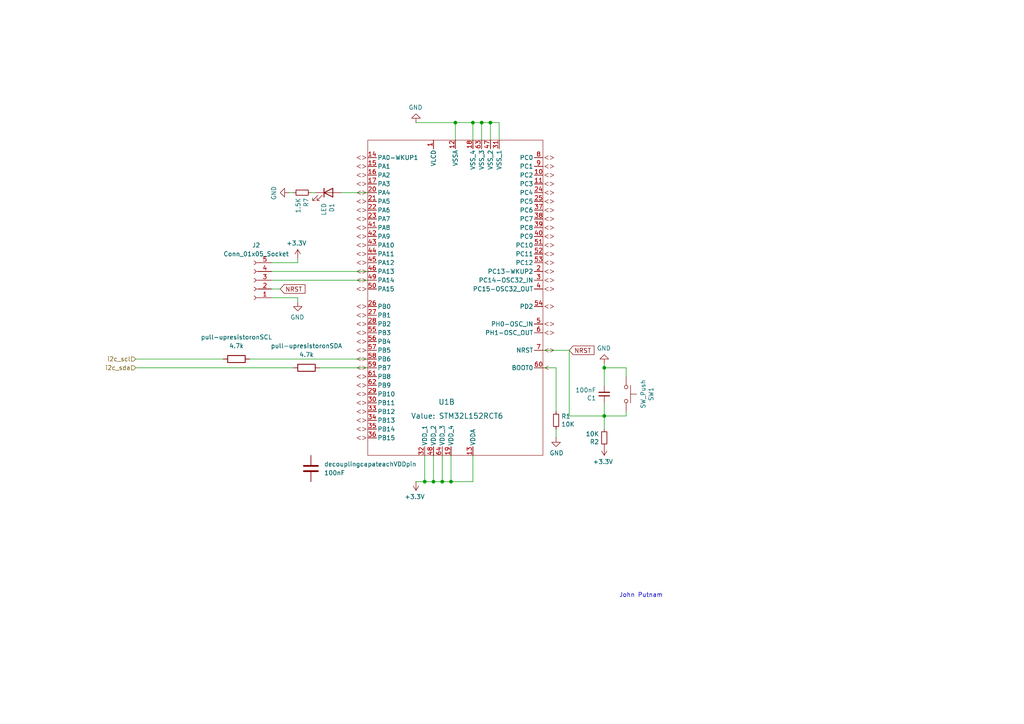
<source format=kicad_sch>
(kicad_sch (version 20250114) (generator "eeschema") (generator_version "9.0")
  (paper "A4")
  (title_block (title "controller"))
  (lib_symbols
    (symbol "Connector:Conn_01x05_Socket" (pin_names (offset 1.016) (hide yes))
      (property "Reference" "J" (at 0 7.62 0))
      (property "Value" "Conn_01x05_Socket" (at 0 -7.62 0))
      (symbol "Conn_01x05_Socket_1_1"
        (polyline (pts (xy -1.27 5.08) (xy -0.508 5.08)) (stroke (width 0.1524)))
        (polyline (pts (xy -1.27 2.54) (xy -0.508 2.54)) (stroke (width 0.1524)))
        (polyline (pts (xy -1.27 0) (xy -0.508 0)) (stroke (width 0.1524)))
        (polyline (pts (xy -1.27 -2.54) (xy -0.508 -2.54)) (stroke (width 0.1524)))
        (polyline (pts (xy -1.27 -5.08) (xy -0.508 -5.08)) (stroke (width 0.1524)))
        (arc (start 0 4.572) (mid -0.5058 5.08) (end 0 5.588) (stroke (width 0.1524)))
        (arc (start 0 2.032) (mid -0.5058 2.54) (end 0 3.048) (stroke (width 0.1524)))
        (arc (start 0 -0.508) (mid -0.5058 0) (end 0 0.508) (stroke (width 0.1524)))
        (arc (start 0 -3.048) (mid -0.5058 -2.54) (end 0 -2.032) (stroke (width 0.1524)))
        (arc (start 0 -5.588) (mid -0.5058 -5.08) (end 0 -4.572) (stroke (width 0.1524)))
        (pin passive line (at -5.08 5.08 0) (length 3.81) (name "Pin_1") (number "1"))
        (pin passive line (at -5.08 2.54 0) (length 3.81) (name "Pin_2") (number "2"))
        (pin passive line (at -5.08 0 0) (length 3.81) (name "Pin_3") (number "3"))
        (pin passive line (at -5.08 -2.54 0) (length 3.81) (name "Pin_4") (number "4"))
        (pin passive line (at -5.08 -5.08 0) (length 3.81) (name "Pin_5") (number "5"))
      )
    )
    (symbol "Device:C" (pin_numbers (hide yes)) (pin_names (offset 0.254))
      (property "Reference" "C" (at 0.635 2.54 0))
      (property "Value" "C" (at 0.635 -2.54 0))
      (symbol "C_0_1"
        (polyline (pts (xy -2.032 0.762) (xy 2.032 0.762)) (stroke (width 0.508)))
        (polyline (pts (xy -2.032 -0.762) (xy 2.032 -0.762)) (stroke (width 0.508)))
      )
      (symbol "C_1_1"
        (pin passive line (at 0 3.81 270) (length 2.794) (name "~") (number "1"))
        (pin passive line (at 0 -3.81 90) (length 2.794) (name "~") (number "2"))
      )
    )
    (symbol "Device:C_Small" (pin_numbers (hide yes)) (pin_names (offset 0.254) (hide yes))
      (property "Reference" "C" (at 0.254 1.778 0))
      (property "Value" "C_Small" (at 0.254 -2.032 0))
      (symbol "C_Small_0_1"
        (polyline (pts (xy -1.524 0.508) (xy 1.524 0.508)) (stroke (width 0.3048)))
        (polyline (pts (xy -1.524 -0.508) (xy 1.524 -0.508)) (stroke (width 0.3302)))
      )
      (symbol "C_Small_1_1"
        (pin passive line (at 0 2.54 270) (length 2.032) (name "~") (number "1"))
        (pin passive line (at 0 -2.54 90) (length 2.032) (name "~") (number "2"))
      )
    )
    (symbol "Device:LED" (pin_numbers (hide yes)) (pin_names (offset 1.016) (hide yes))
      (property "Reference" "D" (at 0 2.54 0))
      (property "Value" "LED" (at 0 -2.54 0))
      (symbol "LED_0_1"
        (polyline (pts (xy -3.048 -0.762) (xy -4.572 -2.286) (xy -3.81 -2.286) (xy -4.572 -2.286) (xy -4.572 -1.524)))
        (polyline (pts (xy -1.778 -0.762) (xy -3.302 -2.286) (xy -2.54 -2.286) (xy -3.302 -2.286) (xy -3.302 -1.524)))
        (polyline (pts (xy -1.27 0) (xy 1.27 0)))
        (polyline (pts (xy -1.27 -1.27) (xy -1.27 1.27)) (stroke (width 0.254)))
        (polyline (pts (xy 1.27 -1.27) (xy 1.27 1.27) (xy -1.27 0) (xy 1.27 -1.27)) (stroke (width 0.254)))
      )
      (symbol "LED_1_1"
        (pin passive line (at -3.81 0 0) (length 2.54) (name "K") (number "1"))
        (pin passive line (at 3.81 0 180) (length 2.54) (name "A") (number "2"))
      )
    )
    (symbol "Device:R" (pin_numbers (hide yes)) (pin_names (offset 0))
      (property "Reference" "R" (at 2.032 0 90))
      (property "Value" "R" (at 0 0 90))
      (symbol "R_0_1"
        (rectangle (start -1.016 -2.54) (end 1.016 2.54) (stroke (width 0.254)))
      )
      (symbol "R_1_1"
        (pin passive line (at 0 3.81 270) (length 1.27) (name "~") (number "1"))
        (pin passive line (at 0 -3.81 90) (length 1.27) (name "~") (number "2"))
      )
    )
    (symbol "Device:R_Small" (pin_numbers (hide yes)) (pin_names (offset 0.254) (hide yes))
      (property "Reference" "R" (at 0 0 90))
      (property "Value" "R_Small" (at 1.778 0 90))
      (symbol "R_Small_0_1"
        (rectangle (start -0.762 1.778) (end 0.762 -1.778) (stroke (width 0.2032)))
      )
      (symbol "R_Small_1_1"
        (pin passive line (at 0 2.54 270) (length 0.762) (name "~") (number "1"))
        (pin passive line (at 0 -2.54 90) (length 0.762) (name "~") (number "2"))
      )
    )
    (symbol "Switch:SW_Push" (pin_numbers (hide yes)) (pin_names (offset 1.016) (hide yes))
      (property "Reference" "SW" (at 1.27 2.54 0))
      (property "Value" "SW_Push" (at 0 -1.524 0))
      (symbol "SW_Push_0_1"
        (circle (center -2.032 0) (radius 0.508))
        (polyline (pts (xy 0 1.27) (xy 0 3.048)))
        (circle (center 2.032 0) (radius 0.508))
        (polyline (pts (xy 2.54 1.27) (xy -2.54 1.27)))
        (pin passive line (at -5.08 0 0) (length 2.54) (name "1") (number "1"))
        (pin passive line (at 5.08 0 180) (length 2.54) (name "2") (number "2"))
      )
    )
    (symbol "UPS:STM32L152RCT6" (pin_names (offset 0.254))
      (property "Reference" "U1" (at 30.48 -70.866 0))
      (property "Value" "STM32L152RCT6" (at 33.528 -74.93 0) (show_name))
      (symbol "STM32L152RCT6_1_1"
        (polyline (pts (xy 7.62 5.08) (xy 7.62 -22.86)) (stroke (width 0.127)))
        (polyline (pts (xy 7.62 -22.86) (xy 38.1 -22.86)) (stroke (width 0.127)))
        (polyline (pts (xy 38.1 5.08) (xy 7.62 5.08)) (stroke (width 0.127)))
        (polyline (pts (xy 38.1 -22.86) (xy 38.1 5.08)) (stroke (width 0.127)))
        (pin power_out line (at 5.08 2.54 0) (length 2.54) (name "VSS_1") (number "31"))
        (pin power_out line (at 5.08 0 0) (length 2.54) (name "VSS_2") (number "47"))
        (pin power_out line (at 5.08 -2.54 0) (length 2.54) (name "VSS_3") (number "63"))
        (pin power_out line (at 5.08 -5.08 0) (length 2.54) (name "VSS_4") (number "18"))
        (pin power_out line (at 5.08 -10.16 0) (length 2.54) (name "VSSA") (number "12"))
        (pin free line (at 5.08 -16.51 0) (length 2.54) (name "VLCD") (number "1"))
        (pin power_in line (at 40.64 1.27 180) (length 2.54) (name "VDD_1") (number "32"))
        (pin power_in line (at 40.64 -1.27 180) (length 2.54) (name "VDD_2") (number "48"))
        (pin power_in line (at 40.64 -3.81 180) (length 2.54) (name "VDD_3") (number "64"))
        (pin power_in line (at 40.64 -6.35 180) (length 2.54) (name "VDD_4") (number "19"))
        (pin power_in line (at 40.64 -12.7 180) (length 2.54) (name "VDDA") (number "13"))
      )
      (symbol "STM32L152RCT6_2_1"
        (polyline (pts (xy 5.5372 0.5207) (xy 4.4958 0)) (stroke (width 0.127)))
        (polyline (pts (xy 5.5372 -0.5207) (xy 4.4958 0)) (stroke (width 0.127)))
        (polyline (pts (xy 5.5372 -2.0193) (xy 4.4958 -2.54)) (stroke (width 0.127)))
        (polyline (pts (xy 5.5372 -3.0607) (xy 4.4958 -2.54)) (stroke (width 0.127)))
        (polyline (pts (xy 5.5372 -4.5593) (xy 4.4958 -5.08)) (stroke (width 0.127)))
        (polyline (pts (xy 5.5372 -5.6007) (xy 4.4958 -5.08)) (stroke (width 0.127)))
        (polyline (pts (xy 5.5372 -7.0993) (xy 4.4958 -7.62)) (stroke (width 0.127)))
        (polyline (pts (xy 5.5372 -8.1407) (xy 4.4958 -7.62)) (stroke (width 0.127)))
        (polyline (pts (xy 5.5372 -9.6393) (xy 4.4958 -10.16)) (stroke (width 0.127)))
        (polyline (pts (xy 5.5372 -10.6807) (xy 4.4958 -10.16)) (stroke (width 0.127)))
        (polyline (pts (xy 5.5372 -12.1793) (xy 4.4958 -12.7)) (stroke (width 0.127)))
        (polyline (pts (xy 5.5372 -13.2207) (xy 4.4958 -12.7)) (stroke (width 0.127)))
        (polyline (pts (xy 5.5372 -14.7193) (xy 4.4958 -15.24)) (stroke (width 0.127)))
        (polyline (pts (xy 5.5372 -15.7607) (xy 4.4958 -15.24)) (stroke (width 0.127)))
        (polyline (pts (xy 5.5372 -17.2593) (xy 4.4958 -17.78)) (stroke (width 0.127)))
        (polyline (pts (xy 5.5372 -18.3007) (xy 4.4958 -17.78)) (stroke (width 0.127)))
        (polyline (pts (xy 5.5372 -19.7993) (xy 4.4958 -20.32)) (stroke (width 0.127)))
        (polyline (pts (xy 5.5372 -20.8407) (xy 4.4958 -20.32)) (stroke (width 0.127)))
        (polyline (pts (xy 5.5372 -22.3393) (xy 4.4958 -22.86)) (stroke (width 0.127)))
        (polyline (pts (xy 5.5372 -23.3807) (xy 4.4958 -22.86)) (stroke (width 0.127)))
        (polyline (pts (xy 5.5372 -24.8793) (xy 4.4958 -25.4)) (stroke (width 0.127)))
        (polyline (pts (xy 5.5372 -25.9207) (xy 4.4958 -25.4)) (stroke (width 0.127)))
        (polyline (pts (xy 5.5372 -27.4193) (xy 4.4958 -27.94)) (stroke (width 0.127)))
        (polyline (pts (xy 5.5372 -28.4607) (xy 4.4958 -27.94)) (stroke (width 0.127)))
        (polyline (pts (xy 5.5372 -29.9593) (xy 4.4958 -30.48)) (stroke (width 0.127)))
        (polyline (pts (xy 5.5372 -31.0007) (xy 4.4958 -30.48)) (stroke (width 0.127)))
        (polyline (pts (xy 5.5372 -32.4993) (xy 4.4958 -33.02)) (stroke (width 0.127)))
        (polyline (pts (xy 5.5372 -33.5407) (xy 4.4958 -33.02)) (stroke (width 0.127)))
        (polyline (pts (xy 5.5372 -35.0393) (xy 4.4958 -35.56)) (stroke (width 0.127)))
        (polyline (pts (xy 5.5372 -36.0807) (xy 4.4958 -35.56)) (stroke (width 0.127)))
        (polyline (pts (xy 5.5372 -37.5793) (xy 4.4958 -38.1)) (stroke (width 0.127)))
        (polyline (pts (xy 5.5372 -38.6207) (xy 4.4958 -38.1)) (stroke (width 0.127)))
        (polyline (pts (xy 5.5372 -42.6593) (xy 4.4958 -43.18)) (stroke (width 0.127)))
        (polyline (pts (xy 5.5372 -43.7007) (xy 4.4958 -43.18)) (stroke (width 0.127)))
        (polyline (pts (xy 5.5372 -45.1993) (xy 4.4958 -45.72)) (stroke (width 0.127)))
        (polyline (pts (xy 5.5372 -46.2407) (xy 4.4958 -45.72)) (stroke (width 0.127)))
        (polyline (pts (xy 5.5372 -47.7393) (xy 4.4958 -48.26)) (stroke (width 0.127)))
        (polyline (pts (xy 5.5372 -48.7807) (xy 4.4958 -48.26)) (stroke (width 0.127)))
        (polyline (pts (xy 5.5372 -50.2793) (xy 4.4958 -50.8)) (stroke (width 0.127)))
        (polyline (pts (xy 5.5372 -51.3207) (xy 4.4958 -50.8)) (stroke (width 0.127)))
        (polyline (pts (xy 5.5372 -52.8193) (xy 4.4958 -53.34)) (stroke (width 0.127)))
        (polyline (pts (xy 5.5372 -53.8607) (xy 4.4958 -53.34)) (stroke (width 0.127)))
        (polyline (pts (xy 5.5372 -55.3593) (xy 4.4958 -55.88)) (stroke (width 0.127)))
        (polyline (pts (xy 5.5372 -56.4007) (xy 4.4958 -55.88)) (stroke (width 0.127)))
        (polyline (pts (xy 5.5372 -57.8993) (xy 4.4958 -58.42)) (stroke (width 0.127)))
        (polyline (pts (xy 5.5372 -58.9407) (xy 4.4958 -58.42)) (stroke (width 0.127)))
        (polyline (pts (xy 5.5372 -60.4393) (xy 4.4958 -60.96)) (stroke (width 0.127)))
        (polyline (pts (xy 5.5372 -61.4807) (xy 4.4958 -60.96)) (stroke (width 0.127)))
        (polyline (pts (xy 5.5372 -62.9793) (xy 4.4958 -63.5)) (stroke (width 0.127)))
        (polyline (pts (xy 5.5372 -64.0207) (xy 4.4958 -63.5)) (stroke (width 0.127)))
        (polyline (pts (xy 5.5372 -65.5193) (xy 4.4958 -66.04)) (stroke (width 0.127)))
        (polyline (pts (xy 5.5372 -66.5607) (xy 4.4958 -66.04)) (stroke (width 0.127)))
        (polyline (pts (xy 5.5372 -68.0593) (xy 4.4958 -68.58)) (stroke (width 0.127)))
        (polyline (pts (xy 5.5372 -69.1007) (xy 4.4958 -68.58)) (stroke (width 0.127)))
        (polyline (pts (xy 5.5372 -70.5993) (xy 4.4958 -71.12)) (stroke (width 0.127)))
        (polyline (pts (xy 5.5372 -71.6407) (xy 4.4958 -71.12)) (stroke (width 0.127)))
        (polyline (pts (xy 5.5372 -73.1393) (xy 4.4958 -73.66)) (stroke (width 0.127)))
        (polyline (pts (xy 5.5372 -74.1807) (xy 4.4958 -73.66)) (stroke (width 0.127)))
        (polyline (pts (xy 5.5372 -75.6793) (xy 4.4958 -76.2)) (stroke (width 0.127)))
        (polyline (pts (xy 5.5372 -76.7207) (xy 4.4958 -76.2)) (stroke (width 0.127)))
        (polyline (pts (xy 5.5372 -78.2193) (xy 4.4958 -78.74)) (stroke (width 0.127)))
        (polyline (pts (xy 5.5372 -79.2607) (xy 4.4958 -78.74)) (stroke (width 0.127)))
        (polyline (pts (xy 5.5372 -80.7593) (xy 4.4958 -81.28)) (stroke (width 0.127)))
        (polyline (pts (xy 5.5372 -81.8007) (xy 4.4958 -81.28)) (stroke (width 0.127)))
        (polyline (pts (xy 7.0993 0) (xy 6.0579 0.5207)) (stroke (width 0.127)))
        (polyline (pts (xy 7.0993 0) (xy 6.0579 -0.5207)) (stroke (width 0.127)))
        (polyline (pts (xy 7.0993 -2.54) (xy 6.0579 -2.0193)) (stroke (width 0.127)))
        (polyline (pts (xy 7.0993 -2.54) (xy 6.0579 -3.0607)) (stroke (width 0.127)))
        (polyline (pts (xy 7.0993 -5.08) (xy 6.0579 -4.5593)) (stroke (width 0.127)))
        (polyline (pts (xy 7.0993 -5.08) (xy 6.0579 -5.6007)) (stroke (width 0.127)))
        (polyline (pts (xy 7.0993 -7.62) (xy 6.0579 -7.0993)) (stroke (width 0.127)))
        (polyline (pts (xy 7.0993 -7.62) (xy 6.0579 -8.1407)) (stroke (width 0.127)))
        (polyline (pts (xy 7.0993 -10.16) (xy 6.0579 -9.6393)) (stroke (width 0.127)))
        (polyline (pts (xy 7.0993 -10.16) (xy 6.0579 -10.6807)) (stroke (width 0.127)))
        (polyline (pts (xy 7.0993 -12.7) (xy 6.0579 -12.1793)) (stroke (width 0.127)))
        (polyline (pts (xy 7.0993 -12.7) (xy 6.0579 -13.2207)) (stroke (width 0.127)))
        (polyline (pts (xy 7.0993 -15.24) (xy 6.0579 -14.7193)) (stroke (width 0.127)))
        (polyline (pts (xy 7.0993 -15.24) (xy 6.0579 -15.7607)) (stroke (width 0.127)))
        (polyline (pts (xy 7.0993 -17.78) (xy 6.0579 -17.2593)) (stroke (width 0.127)))
        (polyline (pts (xy 7.0993 -17.78) (xy 6.0579 -18.3007)) (stroke (width 0.127)))
        (polyline (pts (xy 7.0993 -20.32) (xy 6.0579 -19.7993)) (stroke (width 0.127)))
        (polyline (pts (xy 7.0993 -20.32) (xy 6.0579 -20.8407)) (stroke (width 0.127)))
        (polyline (pts (xy 7.0993 -22.86) (xy 6.0579 -22.3393)) (stroke (width 0.127)))
        (polyline (pts (xy 7.0993 -22.86) (xy 6.0579 -23.3807)) (stroke (width 0.127)))
        (polyline (pts (xy 7.0993 -25.4) (xy 6.0579 -24.8793)) (stroke (width 0.127)))
        (polyline (pts (xy 7.0993 -25.4) (xy 6.0579 -25.9207)) (stroke (width 0.127)))
        (polyline (pts (xy 7.0993 -27.94) (xy 6.0579 -27.4193)) (stroke (width 0.127)))
        (polyline (pts (xy 7.0993 -27.94) (xy 6.0579 -28.4607)) (stroke (width 0.127)))
        (polyline (pts (xy 7.0993 -30.48) (xy 6.0579 -29.9593)) (stroke (width 0.127)))
        (polyline (pts (xy 7.0993 -30.48) (xy 6.0579 -31.0007)) (stroke (width 0.127)))
        (polyline (pts (xy 7.0993 -33.02) (xy 6.0579 -32.4993)) (stroke (width 0.127)))
        (polyline (pts (xy 7.0993 -33.02) (xy 6.0579 -33.5407)) (stroke (width 0.127)))
        (polyline (pts (xy 7.0993 -35.56) (xy 6.0579 -35.0393)) (stroke (width 0.127)))
        (polyline (pts (xy 7.0993 -35.56) (xy 6.0579 -36.0807)) (stroke (width 0.127)))
        (polyline (pts (xy 7.0993 -38.1) (xy 6.0579 -37.5793)) (stroke (width 0.127)))
        (polyline (pts (xy 7.0993 -38.1) (xy 6.0579 -38.6207)) (stroke (width 0.127)))
        (polyline (pts (xy 7.0993 -43.18) (xy 6.0579 -42.6593)) (stroke (width 0.127)))
        (polyline (pts (xy 7.0993 -43.18) (xy 6.0579 -43.7007)) (stroke (width 0.127)))
        (polyline (pts (xy 7.0993 -45.72) (xy 6.0579 -45.1993)) (stroke (width 0.127)))
        (polyline (pts (xy 7.0993 -45.72) (xy 6.0579 -46.2407)) (stroke (width 0.127)))
        (polyline (pts (xy 7.0993 -48.26) (xy 6.0579 -47.7393)) (stroke (width 0.127)))
        (polyline (pts (xy 7.0993 -48.26) (xy 6.0579 -48.7807)) (stroke (width 0.127)))
        (polyline (pts (xy 7.0993 -50.8) (xy 6.0579 -50.2793)) (stroke (width 0.127)))
        (polyline (pts (xy 7.0993 -50.8) (xy 6.0579 -51.3207)) (stroke (width 0.127)))
        (polyline (pts (xy 7.0993 -53.34) (xy 6.0579 -52.8193)) (stroke (width 0.127)))
        (polyline (pts (xy 7.0993 -53.34) (xy 6.0579 -53.8607)) (stroke (width 0.127)))
        (polyline (pts (xy 7.0993 -55.88) (xy 6.0579 -55.3593)) (stroke (width 0.127)))
        (polyline (pts (xy 7.0993 -55.88) (xy 6.0579 -56.4007)) (stroke (width 0.127)))
        (polyline (pts (xy 7.0993 -58.42) (xy 6.0579 -57.8993)) (stroke (width 0.127)))
        (polyline (pts (xy 7.0993 -58.42) (xy 6.0579 -58.9407)) (stroke (width 0.127)))
        (polyline (pts (xy 7.0993 -60.96) (xy 6.0579 -60.4393)) (stroke (width 0.127)))
        (polyline (pts (xy 7.0993 -60.96) (xy 6.0579 -61.4807)) (stroke (width 0.127)))
        (polyline (pts (xy 7.0993 -63.5) (xy 6.0579 -62.9793)) (stroke (width 0.127)))
        (polyline (pts (xy 7.0993 -63.5) (xy 6.0579 -64.0207)) (stroke (width 0.127)))
        (polyline (pts (xy 7.0993 -66.04) (xy 6.0579 -65.5193)) (stroke (width 0.127)))
        (polyline (pts (xy 7.0993 -66.04) (xy 6.0579 -66.5607)) (stroke (width 0.127)))
        (polyline (pts (xy 7.0993 -68.58) (xy 6.0579 -68.0593)) (stroke (width 0.127)))
        (polyline (pts (xy 7.0993 -68.58) (xy 6.0579 -69.1007)) (stroke (width 0.127)))
        (polyline (pts (xy 7.0993 -71.12) (xy 6.0579 -70.5993)) (stroke (width 0.127)))
        (polyline (pts (xy 7.0993 -71.12) (xy 6.0579 -71.6407)) (stroke (width 0.127)))
        (polyline (pts (xy 7.0993 -73.66) (xy 6.0579 -73.1393)) (stroke (width 0.127)))
        (polyline (pts (xy 7.0993 -73.66) (xy 6.0579 -74.1807)) (stroke (width 0.127)))
        (polyline (pts (xy 7.0993 -76.2) (xy 6.0579 -75.6793)) (stroke (width 0.127)))
        (polyline (pts (xy 7.0993 -76.2) (xy 6.0579 -76.7207)) (stroke (width 0.127)))
        (polyline (pts (xy 7.0993 -78.74) (xy 6.0579 -78.2193)) (stroke (width 0.127)))
        (polyline (pts (xy 7.0993 -78.74) (xy 6.0579 -79.2607)) (stroke (width 0.127)))
        (polyline (pts (xy 7.0993 -81.28) (xy 6.0579 -80.7593)) (stroke (width 0.127)))
        (polyline (pts (xy 7.0993 -81.28) (xy 6.0579 -81.8007)) (stroke (width 0.127)))
        (polyline (pts (xy 7.62 5.08) (xy 7.62 -86.36)) (stroke (width 0.127)))
        (polyline (pts (xy 7.62 -86.36) (xy 58.42 -86.36)) (stroke (width 0.127)))
        (polyline (pts (xy 58.42 5.08) (xy 7.62 5.08)) (stroke (width 0.127)))
        (polyline (pts (xy 58.42 -86.36) (xy 58.42 5.08)) (stroke (width 0.127)))
        (polyline (pts (xy 58.9407 0) (xy 59.9821 0.5207)) (stroke (width 0.127)))
        (polyline (pts (xy 58.9407 0) (xy 59.9821 -0.5207)) (stroke (width 0.127)))
        (polyline (pts (xy 58.9407 -2.54) (xy 59.9821 -2.0193)) (stroke (width 0.127)))
        (polyline (pts (xy 58.9407 -2.54) (xy 59.9821 -3.0607)) (stroke (width 0.127)))
        (polyline (pts (xy 58.9407 -5.08) (xy 59.9821 -4.5593)) (stroke (width 0.127)))
        (polyline (pts (xy 58.9407 -5.08) (xy 59.9821 -5.6007)) (stroke (width 0.127)))
        (polyline (pts (xy 58.9407 -7.62) (xy 59.9821 -7.0993)) (stroke (width 0.127)))
        (polyline (pts (xy 58.9407 -7.62) (xy 59.9821 -8.1407)) (stroke (width 0.127)))
        (polyline (pts (xy 58.9407 -10.16) (xy 59.9821 -9.6393)) (stroke (width 0.127)))
        (polyline (pts (xy 58.9407 -10.16) (xy 59.9821 -10.6807)) (stroke (width 0.127)))
        (polyline (pts (xy 58.9407 -12.7) (xy 59.9821 -12.1793)) (stroke (width 0.127)))
        (polyline (pts (xy 58.9407 -12.7) (xy 59.9821 -13.2207)) (stroke (width 0.127)))
        (polyline (pts (xy 58.9407 -15.24) (xy 59.9821 -14.7193)) (stroke (width 0.127)))
        (polyline (pts (xy 58.9407 -15.24) (xy 59.9821 -15.7607)) (stroke (width 0.127)))
        (polyline (pts (xy 58.9407 -17.78) (xy 59.9821 -17.2593)) (stroke (width 0.127)))
        (polyline (pts (xy 58.9407 -17.78) (xy 59.9821 -18.3007)) (stroke (width 0.127)))
        (polyline (pts (xy 58.9407 -20.32) (xy 59.9821 -19.7993)) (stroke (width 0.127)))
        (polyline (pts (xy 58.9407 -20.32) (xy 59.9821 -20.8407)) (stroke (width 0.127)))
        (polyline (pts (xy 58.9407 -22.86) (xy 59.9821 -22.3393)) (stroke (width 0.127)))
        (polyline (pts (xy 58.9407 -22.86) (xy 59.9821 -23.3807)) (stroke (width 0.127)))
        (polyline (pts (xy 58.9407 -25.4) (xy 59.9821 -24.8793)) (stroke (width 0.127)))
        (polyline (pts (xy 58.9407 -25.4) (xy 59.9821 -25.9207)) (stroke (width 0.127)))
        (polyline (pts (xy 58.9407 -27.94) (xy 59.9821 -27.4193)) (stroke (width 0.127)))
        (polyline (pts (xy 58.9407 -27.94) (xy 59.9821 -28.4607)) (stroke (width 0.127)))
        (polyline (pts (xy 58.9407 -30.48) (xy 59.9821 -29.9593)) (stroke (width 0.127)))
        (polyline (pts (xy 58.9407 -30.48) (xy 59.9821 -31.0007)) (stroke (width 0.127)))
        (polyline (pts (xy 58.9407 -33.02) (xy 59.9821 -32.4993)) (stroke (width 0.127)))
        (polyline (pts (xy 58.9407 -33.02) (xy 59.9821 -33.5407)) (stroke (width 0.127)))
        (polyline (pts (xy 58.9407 -35.56) (xy 59.9821 -35.0393)) (stroke (width 0.127)))
        (polyline (pts (xy 58.9407 -35.56) (xy 59.9821 -36.0807)) (stroke (width 0.127)))
        (polyline (pts (xy 58.9407 -38.1) (xy 59.9821 -37.5793)) (stroke (width 0.127)))
        (polyline (pts (xy 58.9407 -38.1) (xy 59.9821 -38.6207)) (stroke (width 0.127)))
        (polyline (pts (xy 58.9407 -43.18) (xy 59.9821 -42.6593)) (stroke (width 0.127)))
        (polyline (pts (xy 58.9407 -43.18) (xy 59.9821 -43.7007)) (stroke (width 0.127)))
        (polyline (pts (xy 58.9407 -48.26) (xy 59.9821 -47.7393)) (stroke (width 0.127)))
        (polyline (pts (xy 58.9407 -48.26) (xy 59.9821 -48.7807)) (stroke (width 0.127)))
        (polyline (pts (xy 58.9407 -50.8) (xy 59.9821 -50.2793)) (stroke (width 0.127)))
        (polyline (pts (xy 58.9407 -50.8) (xy 59.9821 -51.3207)) (stroke (width 0.127)))
        (polyline (pts (xy 58.9407 -55.88) (xy 59.9821 -55.3593)) (stroke (width 0.127)))
        (polyline (pts (xy 58.9407 -55.88) (xy 59.9821 -56.4007)) (stroke (width 0.127)))
        (polyline (pts (xy 58.9407 -60.96) (xy 59.9821 -60.4393)) (stroke (width 0.127)))
        (polyline (pts (xy 58.9407 -60.96) (xy 59.9821 -61.4807)) (stroke (width 0.127)))
        (polyline (pts (xy 60.5028 0.5207) (xy 61.5442 0)) (stroke (width 0.127)))
        (polyline (pts (xy 60.5028 -0.5207) (xy 61.5442 0)) (stroke (width 0.127)))
        (polyline (pts (xy 60.5028 -2.0193) (xy 61.5442 -2.54)) (stroke (width 0.127)))
        (polyline (pts (xy 60.5028 -3.0607) (xy 61.5442 -2.54)) (stroke (width 0.127)))
        (polyline (pts (xy 60.5028 -4.5593) (xy 61.5442 -5.08)) (stroke (width 0.127)))
        (polyline (pts (xy 60.5028 -5.6007) (xy 61.5442 -5.08)) (stroke (width 0.127)))
        (polyline (pts (xy 60.5028 -7.0993) (xy 61.5442 -7.62)) (stroke (width 0.127)))
        (polyline (pts (xy 60.5028 -8.1407) (xy 61.5442 -7.62)) (stroke (width 0.127)))
        (polyline (pts (xy 60.5028 -9.6393) (xy 61.5442 -10.16)) (stroke (width 0.127)))
        (polyline (pts (xy 60.5028 -10.6807) (xy 61.5442 -10.16)) (stroke (width 0.127)))
        (polyline (pts (xy 60.5028 -12.1793) (xy 61.5442 -12.7)) (stroke (width 0.127)))
        (polyline (pts (xy 60.5028 -13.2207) (xy 61.5442 -12.7)) (stroke (width 0.127)))
        (polyline (pts (xy 60.5028 -14.7193) (xy 61.5442 -15.24)) (stroke (width 0.127)))
        (polyline (pts (xy 60.5028 -15.7607) (xy 61.5442 -15.24)) (stroke (width 0.127)))
        (polyline (pts (xy 60.5028 -17.2593) (xy 61.5442 -17.78)) (stroke (width 0.127)))
        (polyline (pts (xy 60.5028 -18.3007) (xy 61.5442 -17.78)) (stroke (width 0.127)))
        (polyline (pts (xy 60.5028 -19.7993) (xy 61.5442 -20.32)) (stroke (width 0.127)))
        (polyline (pts (xy 60.5028 -20.8407) (xy 61.5442 -20.32)) (stroke (width 0.127)))
        (polyline (pts (xy 60.5028 -22.3393) (xy 61.5442 -22.86)) (stroke (width 0.127)))
        (polyline (pts (xy 60.5028 -23.3807) (xy 61.5442 -22.86)) (stroke (width 0.127)))
        (polyline (pts (xy 60.5028 -24.8793) (xy 61.5442 -25.4)) (stroke (width 0.127)))
        (polyline (pts (xy 60.5028 -25.9207) (xy 61.5442 -25.4)) (stroke (width 0.127)))
        (polyline (pts (xy 60.5028 -27.4193) (xy 61.5442 -27.94)) (stroke (width 0.127)))
        (polyline (pts (xy 60.5028 -28.4607) (xy 61.5442 -27.94)) (stroke (width 0.127)))
        (polyline (pts (xy 60.5028 -29.9593) (xy 61.5442 -30.48)) (stroke (width 0.127)))
        (polyline (pts (xy 60.5028 -31.0007) (xy 61.5442 -30.48)) (stroke (width 0.127)))
        (polyline (pts (xy 60.5028 -32.4993) (xy 61.5442 -33.02)) (stroke (width 0.127)))
        (polyline (pts (xy 60.5028 -33.5407) (xy 61.5442 -33.02)) (stroke (width 0.127)))
        (polyline (pts (xy 60.5028 -35.0393) (xy 61.5442 -35.56)) (stroke (width 0.127)))
        (polyline (pts (xy 60.5028 -36.0807) (xy 61.5442 -35.56)) (stroke (width 0.127)))
        (polyline (pts (xy 60.5028 -37.5793) (xy 61.5442 -38.1)) (stroke (width 0.127)))
        (polyline (pts (xy 60.5028 -38.6207) (xy 61.5442 -38.1)) (stroke (width 0.127)))
        (polyline (pts (xy 60.5028 -42.6593) (xy 61.5442 -43.18)) (stroke (width 0.127)))
        (polyline (pts (xy 60.5028 -43.7007) (xy 61.5442 -43.18)) (stroke (width 0.127)))
        (polyline (pts (xy 60.5028 -47.7393) (xy 61.5442 -48.26)) (stroke (width 0.127)))
        (polyline (pts (xy 60.5028 -48.7807) (xy 61.5442 -48.26)) (stroke (width 0.127)))
        (polyline (pts (xy 60.5028 -50.2793) (xy 61.5442 -50.8)) (stroke (width 0.127)))
        (polyline (pts (xy 60.5028 -51.3207) (xy 61.5442 -50.8)) (stroke (width 0.127)))
        (polyline (pts (xy 60.5028 -55.3593) (xy 61.5442 -55.88)) (stroke (width 0.127)))
        (polyline (pts (xy 60.5028 -56.4007) (xy 61.5442 -55.88)) (stroke (width 0.127)))
        (pin bidirectional line (at 7.62 0 0) (length 2.54) (name "PA0-WKUP1") (number "14"))
        (pin bidirectional line (at 7.62 -2.54 0) (length 2.54) (name "PA1") (number "15"))
        (pin bidirectional line (at 7.62 -5.08 0) (length 2.54) (name "PA2") (number "16"))
        (pin bidirectional line (at 7.62 -7.62 0) (length 2.54) (name "PA3") (number "17"))
        (pin bidirectional line (at 7.62 -10.16 0) (length 2.54) (name "PA4") (number "20"))
        (pin bidirectional line (at 7.62 -12.7 0) (length 2.54) (name "PA5") (number "21"))
        (pin bidirectional line (at 7.62 -15.24 0) (length 2.54) (name "PA6") (number "22"))
        (pin bidirectional line (at 7.62 -17.78 0) (length 2.54) (name "PA7") (number "23"))
        (pin bidirectional line (at 7.62 -20.32 0) (length 2.54) (name "PA8") (number "41"))
        (pin bidirectional line (at 7.62 -22.86 0) (length 2.54) (name "PA9") (number "42"))
        (pin bidirectional line (at 7.62 -25.4 0) (length 2.54) (name "PA10") (number "43"))
        (pin bidirectional line (at 7.62 -27.94 0) (length 2.54) (name "PA11") (number "44"))
        (pin bidirectional line (at 7.62 -30.48 0) (length 2.54) (name "PA12") (number "45"))
        (pin bidirectional line (at 7.62 -33.02 0) (length 2.54) (name "PA13") (number "46"))
        (pin bidirectional line (at 7.62 -35.56 0) (length 2.54) (name "PA14") (number "49"))
        (pin bidirectional line (at 7.62 -38.1 0) (length 2.54) (name "PA15") (number "50"))
        (pin bidirectional line (at 7.62 -43.18 0) (length 2.54) (name "PB0") (number "26"))
        (pin bidirectional line (at 7.62 -45.72 0) (length 2.54) (name "PB1") (number "27"))
        (pin bidirectional line (at 7.62 -48.26 0) (length 2.54) (name "PB2") (number "28"))
        (pin bidirectional line (at 7.62 -50.8 0) (length 2.54) (name "PB3") (number "55"))
        (pin bidirectional line (at 7.62 -53.34 0) (length 2.54) (name "PB4") (number "56"))
        (pin bidirectional line (at 7.62 -55.88 0) (length 2.54) (name "PB5") (number "57"))
        (pin bidirectional line (at 7.62 -58.42 0) (length 2.54) (name "PB6") (number "58"))
        (pin bidirectional line (at 7.62 -60.96 0) (length 2.54) (name "PB7") (number "59"))
        (pin bidirectional line (at 7.62 -63.5 0) (length 2.54) (name "PB8") (number "61"))
        (pin bidirectional line (at 7.62 -66.04 0) (length 2.54) (name "PB9") (number "62"))
        (pin bidirectional line (at 7.62 -68.58 0) (length 2.54) (name "PB10") (number "29"))
        (pin bidirectional line (at 7.62 -71.12 0) (length 2.54) (name "PB11") (number "30"))
        (pin bidirectional line (at 7.62 -73.66 0) (length 2.54) (name "PB12") (number "33"))
        (pin bidirectional line (at 7.62 -76.2 0) (length 2.54) (name "PB13") (number "34"))
        (pin bidirectional line (at 7.62 -78.74 0) (length 2.54) (name "PB14") (number "35"))
        (pin bidirectional line (at 7.62 -81.28 0) (length 2.54) (name "PB15") (number "36"))
        (pin power_in line (at 24.13 -86.36 90) (length 2.54) (name "VDD_1") (number "32"))
        (pin free line (at 26.67 5.08 270) (length 2.54) (name "VLCD") (number "1"))
        (pin power_in line (at 26.67 -86.36 90) (length 2.54) (name "VDD_2") (number "48"))
        (pin power_in line (at 29.21 -86.36 90) (length 2.54) (name "VDD_3") (number "64"))
        (pin power_in line (at 31.75 -86.36 90) (length 2.54) (name "VDD_4") (number "19"))
        (pin power_out line (at 33.02 5.08 270) (length 2.54) (name "VSSA") (number "12"))
        (pin power_out line (at 38.1 5.08 270) (length 2.54) (name "VSS_4") (number "18"))
        (pin power_in line (at 38.1 -86.36 90) (length 2.54) (name "VDDA") (number "13"))
        (pin power_out line (at 40.64 5.08 270) (length 2.54) (name "VSS_3") (number "63"))
        (pin power_out line (at 43.18 5.08 270) (length 2.54) (name "VSS_2") (number "47"))
        (pin power_out line (at 45.72 5.08 270) (length 2.54) (name "VSS_1") (number "31"))
        (pin bidirectional line (at 58.42 0 180) (length 2.54) (name "PC0") (number "8"))
        (pin bidirectional line (at 58.42 -2.54 180) (length 2.54) (name "PC1") (number "9"))
        (pin bidirectional line (at 58.42 -5.08 180) (length 2.54) (name "PC2") (number "10"))
        (pin bidirectional line (at 58.42 -7.62 180) (length 2.54) (name "PC3") (number "11"))
        (pin bidirectional line (at 58.42 -10.16 180) (length 2.54) (name "PC4") (number "24"))
        (pin bidirectional line (at 58.42 -12.7 180) (length 2.54) (name "PC5") (number "25"))
        (pin bidirectional line (at 58.42 -15.24 180) (length 2.54) (name "PC6") (number "37"))
        (pin bidirectional line (at 58.42 -17.78 180) (length 2.54) (name "PC7") (number "38"))
        (pin bidirectional line (at 58.42 -20.32 180) (length 2.54) (name "PC8") (number "39"))
        (pin bidirectional line (at 58.42 -22.86 180) (length 2.54) (name "PC9") (number "40"))
        (pin bidirectional line (at 58.42 -25.4 180) (length 2.54) (name "PC10") (number "51"))
        (pin bidirectional line (at 58.42 -27.94 180) (length 2.54) (name "PC11") (number "52"))
        (pin bidirectional line (at 58.42 -30.48 180) (length 2.54) (name "PC12") (number "53"))
        (pin bidirectional line (at 58.42 -33.02 180) (length 2.54) (name "PC13-WKUP2") (number "2"))
        (pin bidirectional line (at 58.42 -35.56 180) (length 2.54) (name "PC14-OSC32_IN") (number "3"))
        (pin bidirectional line (at 58.42 -38.1 180) (length 2.54) (name "PC15-OSC32_OUT") (number "4"))
        (pin bidirectional line (at 58.42 -43.18 180) (length 2.54) (name "PD2") (number "54"))
        (pin bidirectional line (at 58.42 -48.26 180) (length 2.54) (name "PH0-OSC_IN") (number "5"))
        (pin bidirectional line (at 58.42 -50.8 180) (length 2.54) (name "PH1-OSC_OUT") (number "6"))
        (pin bidirectional line (at 58.42 -55.88 180) (length 2.54) (name "NRST") (number "7"))
        (pin bidirectional line (at 58.42 -60.96 180) (length 2.54) (name "BOOT0") (number "60"))
      )
    )
    (symbol "power:+3.3V" (power) (pin_numbers (hide yes)) (pin_names (offset 0) (hide yes))
      (property "Value" "+3.3V" (at 0 3.556 0))
      (symbol "+3.3V_0_1"
        (polyline (pts (xy -0.762 1.27) (xy 0 2.54)))
        (polyline (pts (xy 0 2.54) (xy 0.762 1.27)))
        (polyline (pts (xy 0 0) (xy 0 2.54)))
      )
      (symbol "+3.3V_1_1"
        (pin power_in line (at 0 0 90) (length 0) (name "~") (number "1"))
      )
    )
    (symbol "power:GND" (power) (pin_numbers (hide yes)) (pin_names (offset 0) (hide yes))
      (property "Value" "GND" (at 0 -3.81 0))
      (symbol "GND_0_1"
        (polyline (pts (xy 0 0) (xy 0 -1.27) (xy 1.27 -1.27) (xy 0 -2.54) (xy -1.27 -1.27) (xy 0 -1.27)))
      )
      (symbol "GND_1_1"
        (pin power_in line (at 0 0 270) (length 0) (name "~") (number "1"))
      )
    )
  )
  (text "John Putnam" (at 185.928 172.72 0) (effects (font (size 1.27 1.27))))
  (junction (at 123.19 139.7))
  (junction (at 125.73 139.7))
  (junction (at 137.16 35.56))
  (junction (at 175.26 120.65))
  (junction (at 132.08 35.56))
  (junction (at 130.81 139.7))
  (junction (at 128.27 139.7))
  (junction (at 142.24 35.56))
  (junction (at 175.26 106.68))
  (junction (at 139.7 35.56))
  (wire (pts (xy 39.37 104.14) (xy 64.77 104.14)))
  (wire (pts (xy 144.78 35.56) (xy 142.24 35.56)))
  (wire (pts (xy 78.74 86.36) (xy 86.36 86.36)))
  (wire (pts (xy 90.17 55.88) (xy 91.44 55.88)))
  (wire (pts (xy 175.26 105.41) (xy 175.26 106.68)))
  (wire (pts (xy 78.74 78.74) (xy 106.68 78.74)))
  (wire (pts (xy 78.74 83.82) (xy 81.28 83.82)))
  (wire (pts (xy 123.19 132.08) (xy 123.19 139.7)))
  (wire (pts (xy 83.82 55.88) (xy 85.09 55.88)))
  (wire (pts (xy 157.48 101.6) (xy 165.1 101.6)))
  (wire (pts (xy 92.71 106.68) (xy 106.68 106.68)))
  (wire (pts (xy 137.16 139.7) (xy 130.81 139.7)))
  (wire (pts (xy 181.61 109.22) (xy 181.61 106.68)))
  (wire (pts (xy 139.7 35.56) (xy 139.7 40.64)))
  (wire (pts (xy 132.08 35.56) (xy 132.08 40.64)))
  (wire (pts (xy 130.81 139.7) (xy 128.27 139.7)))
  (wire (pts (xy 142.24 35.56) (xy 142.24 40.64)))
  (wire (pts (xy 78.74 81.28) (xy 106.68 81.28)))
  (wire (pts (xy 161.29 106.68) (xy 157.48 106.68)))
  (wire (pts (xy 181.61 119.38) (xy 181.61 120.65)))
  (wire (pts (xy 99.06 55.88) (xy 106.68 55.88)))
  (wire (pts (xy 175.26 120.65) (xy 175.26 124.46)))
  (wire (pts (xy 161.29 106.68) (xy 161.29 119.38)))
  (wire (pts (xy 86.36 86.36) (xy 86.36 87.63)))
  (wire (pts (xy 142.24 35.56) (xy 139.7 35.56)))
  (wire (pts (xy 175.26 106.68) (xy 175.26 111.76)))
  (wire (pts (xy 161.29 127) (xy 161.29 124.46)))
  (wire (pts (xy 165.1 101.6) (xy 165.1 120.65)))
  (wire (pts (xy 130.81 132.08) (xy 130.81 139.7)))
  (wire (pts (xy 39.37 106.68) (xy 85.09 106.68)))
  (wire (pts (xy 181.61 120.65) (xy 175.26 120.65)))
  (wire (pts (xy 86.36 76.2) (xy 86.36 74.93)))
  (wire (pts (xy 125.73 139.7) (xy 123.19 139.7)))
  (wire (pts (xy 137.16 35.56) (xy 137.16 40.64)))
  (wire (pts (xy 137.16 132.08) (xy 137.16 139.7)))
  (wire (pts (xy 144.78 40.64) (xy 144.78 35.56)))
  (wire (pts (xy 125.73 132.08) (xy 125.73 139.7)))
  (wire (pts (xy 128.27 132.08) (xy 128.27 139.7)))
  (wire (pts (xy 165.1 120.65) (xy 175.26 120.65)))
  (wire (pts (xy 137.16 35.56) (xy 132.08 35.56)))
  (wire (pts (xy 175.26 116.84) (xy 175.26 120.65)))
  (wire (pts (xy 120.65 139.7) (xy 123.19 139.7)))
  (wire (pts (xy 128.27 139.7) (xy 125.73 139.7)))
  (wire (pts (xy 132.08 35.56) (xy 120.65 35.56)))
  (wire (pts (xy 139.7 35.56) (xy 137.16 35.56)))
  (wire (pts (xy 78.74 76.2) (xy 86.36 76.2)))
  (wire (pts (xy 181.61 106.68) (xy 175.26 106.68)))
  (wire (pts (xy 72.39 104.14) (xy 106.68 104.14)))
  (global_label "NRST" (shape input) (at 81.28 83.82 0) (property "Intersheetrefs" "${INTERSHEET_REFS}" (effects (hide yes))))
  (global_label "NRST" (shape input) (at 165.1 101.6 0) (property "Intersheetrefs" "${INTERSHEET_REFS}" (effects (hide yes))))
  (hierarchical_label "i2c_scl" (shape input) (at 39.37 104.14 180))
  (hierarchical_label "i2c_sda" (shape input) (at 39.37 106.68 180))
  (symbol (lib_id "power:+3.3V") (at 86.36 74.93 0) (mirror y) (unit 1)
    (property "Reference" "#PWR030" (effects (hide yes)))
    (property "Value" "+3.3V" (at 85.979 70.5358 0))
  )
  (symbol (lib_id "power:GND") (at 86.36 87.63 0) (mirror y) (unit 1)
    (property "Reference" "#PWR031" (effects (hide yes)))
    (property "Value" "GND" (at 86.233 92.0242 0))
  )
  (symbol (lib_id "power:+3.3V") (at 120.65 139.7 180) (unit 1)
    (property "Reference" "#PWR012" (effects (hide yes)))
    (property "Value" "+3.3V" (at 120.269 144.0942 0))
  )
  (symbol (lib_id "power:GND") (at 120.65 35.56 180) (unit 1)
    (property "Reference" "#PWR013" (effects (hide yes)))
    (property "Value" "GND" (at 120.523 31.1658 0))
  )
  (symbol (lib_id "Device:R_Small") (at 175.26 127 180) (unit 1)
    (property "Reference" "R2" (at 173.7614 128.1684 0) (effects (justify left)))
    (property "Value" "10K" (at 173.7614 125.857 0) (effects (justify left)))
    (property "Footprint" "Resistor_SMD:R_0805_2012Metric" (effects (hide yes)))
    (property "Datasheet" "https://www.mouser.fr/ProductDetail/Bourns/CR0805-FX-1002ELF?qs=tknLyCMIRbPr%252BDD0s0nG9g%3D%3D" (effects (hide yes)))
    (property "Description" "Thick Film Resistors - SMD 10K 1%" (effects (hide yes)))
    (property "MPN" "CR0805-FX-1002ELF" (effects (hide yes)))
    (property "Mouser" "652-CR0805FX-1002ELF" (effects (hide yes)))
  )
  (symbol (lib_id "power:+3.3V") (at 175.26 129.54 180) (unit 1)
    (property "Reference" "#PWR04" (effects (hide yes)))
    (property "Value" "+3.3V" (at 174.879 133.9342 0))
  )
  (symbol (lib_id "Switch:SW_Push") (at 181.61 114.3 270) (unit 1)
    (property "Reference" "SW1" (at 188.849 114.3 0))
    (property "Value" "SW_Push" (at 186.5376 114.3 0))
    (property "Footprint" "Button_Switch_SMD:SW_SPST_B3U-1000P-B" (effects (hide yes)))
  )
  (symbol (lib_id "power:GND") (at 175.26 105.41 180) (unit 1)
    (property "Reference" "#PWR05" (effects (hide yes)))
    (property "Value" "GND" (at 175.133 101.0158 0))
  )
  (symbol (lib_id "Device:LED") (at 95.25 55.88 0) (unit 1)
    (property "Reference" "D1" (at 96.2406 58.8772 90) (effects (justify right)))
    (property "Value" "LED" (at 93.9292 58.8772 90) (effects (justify right)))
    (property "Footprint" "LED_SMD:LED_0805_2012Metric" (effects (hide yes)))
    (property "Datasheet" "https://www.mouser.fr/ProductDetail/Kingbright/AP2012HD?qs=sXafwHSx%252BU%252BY8L%2FmM05PMw%3D%3D" (effects (hide yes)))
    (property "Description" "Standard LEDs - SMD RED DIFFUSED" (effects (hide yes)))
    (property "DESCRIPTION" "Standard LEDs - SMD RED DIFFUSED" (effects (hide yes)))
    (property "MPN" "AP2012HD" (effects (hide yes)))
    (property "Manufacturer" "Kingbright" (effects (hide yes)))
    (property "Mouser" "604-AP2012HD" (effects (hide yes)))
  )
  (symbol (lib_id "Device:R_Small") (at 87.63 55.88 270) (unit 1)
    (property "Reference" "R7" (at 88.7984 57.3786 0) (effects (justify left)))
    (property "Value" "1.5K" (at 86.487 57.3786 0) (effects (justify left)))
    (property "Footprint" "Resistor_SMD:R_0805_2012Metric" (effects (hide yes)))
    (property "Datasheet" "https://www.mouser.fr/ProductDetail/Vishay-Dale/RCC08051K50FKEA?qs=sGAEpiMZZMv0NwlthflBi0VoJ%2FyODBQ3pPvXTEnBb2U%3D" (effects (hide yes)))
    (property "Description" "Thick Film Resistors - SMD 1/4W 1.5Kohms 1% 100ppm" (effects (hide yes)))
    (property "MPN" "RCC08051K50FKEA" (effects (hide yes)))
    (property "Mouser" "71-RCC08051K50FKEA" (effects (hide yes)))
  )
  (symbol (lib_id "power:GND") (at 83.82 55.88 270) (unit 1)
    (property "Reference" "#PWR024" (effects (hide yes)))
    (property "Value" "GND" (at 79.4258 56.007 0))
  )
  (symbol (lib_id "Device:R") (at 68.58 104.14 90) (unit 1)
    (property "Reference" "pull-upresistoronSCL" (at 68.58 97.79 90))
    (property "Value" "4.7k" (at 68.58 100.33 90))
    (property "Description" "Resistor" (effects (hide yes)))
  )
  (symbol (lib_id "Device:R_Small") (at 161.29 121.92 0) (unit 1)
    (property "Reference" "R1" (at 162.7886 120.7516 0) (effects (justify left)))
    (property "Value" "10K" (at 162.7886 123.063 0) (effects (justify left)))
    (property "Footprint" "Resistor_SMD:R_0805_2012Metric" (effects (hide yes)))
    (property "Datasheet" "https://www.mouser.fr/ProductDetail/Bourns/CR0805-FX-1002ELF?qs=tknLyCMIRbPr%252BDD0s0nG9g%3D%3D" (effects (hide yes)))
    (property "Description" "Thick Film Resistors - SMD 10K 1%" (effects (hide yes)))
    (property "MPN" "CR0805-FX-1002ELF" (effects (hide yes)))
    (property "Mouser" "652-CR0805FX-1002ELF" (effects (hide yes)))
  )
  (symbol (lib_id "Device:C") (at 90.17 135.89 0) (unit 1)
    (property "Reference" "decouplingcapateachVDDpin" (at 93.98 134.6199 0) (effects (justify left)))
    (property "Value" "100nF" (at 93.98 137.1599 0) (effects (justify left)))
    (property "Description" "Unpolarized capacitor" (effects (hide yes)))
  )
  (symbol (lib_id "power:GND") (at 161.29 127 0) (unit 1)
    (property "Reference" "#PWR03" (effects (hide yes)))
    (property "Value" "GND" (at 161.417 131.3942 0))
  )
  (symbol (lib_id "Device:R") (at 88.9 106.68 90) (unit 1)
    (property "Reference" "pull-upresistoronSDA" (at 88.9 100.33 90))
    (property "Value" "4.7k" (at 88.9 102.87 90))
    (property "Description" "Resistor" (effects (hide yes)))
  )
  (symbol (lib_id "Connector:Conn_01x05_Socket") (at 73.66 81.28 180) (unit 1)
    (property "Reference" "J2" (at 74.295 71.12 0))
    (property "Value" "Conn_01x05_Socket" (at 74.295 73.66 0))
    (property "Description" "Generic connector, single row, 01x05, script generated" (effects (hide yes)))
  )
  (symbol (lib_id "Device:C_Small") (at 175.26 114.3 180) (unit 1)
    (property "Reference" "C1" (at 172.9232 115.4684 0) (effects (justify left)))
    (property "Value" "100nF" (at 172.9232 113.157 0) (effects (justify left)))
    (property "Footprint" "Capacitor_SMD:C_0603_1608Metric" (effects (hide yes)))
    (property "Datasheet" "https://www.mouser.fr/ProductDetail/KEMET/C0603C104K4RACTU?qs=sGAEpiMZZMukHu%252BjC5l7YQb%252B1waIw3qJf2lwtm9zlSE%3D" (effects (hide yes)))
    (property "Description" "Multilayer Ceramic Capacitors MLCC - SMD/SMT 16V 0.1uF X7R 0603 10%" (effects (hide yes)))
    (property "MPN" "C0603C104K4RACTU" (effects (hide yes)))
    (property "Mouser" "80-C0603C104K4R" (effects (hide yes)))
  )
  (symbol (lib_id "UPS:STM32L152RCT6") (at 99.06 45.72 0) (unit 2)
    (property "Reference" "U1" (at 129.54 116.586 0) (effects (font (size 1.524 1.524))))
    (property "Value" "STM32L152RCT6" (at 132.588 120.65 0) (show_name yes) (effects (font (size 1.524 1.524))))
    (property "Footprint" "LQFP64-10x10mm" (effects (hide yes)))
    (property "Datasheet" "https://www.st.com/resource/en/datasheet/stm32l151rc.pdf" (effects (hide yes)))
  )
)
</source>
